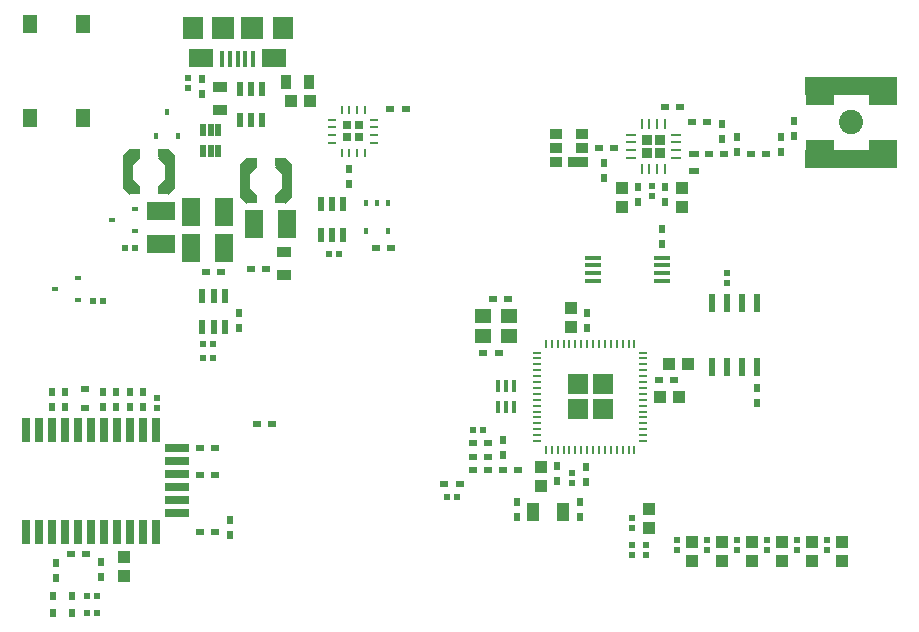
<source format=gtp>
G04 (created by PCBNEW (2013-07-07 BZR 4022)-stable) date 10/26/2016 12:18:13 AM*
%MOIN*%
G04 Gerber Fmt 3.4, Leading zero omitted, Abs format*
%FSLAX34Y34*%
G01*
G70*
G90*
G04 APERTURE LIST*
%ADD10C,0.00590551*%
%ADD11R,0.096063X0.096063*%
%ADD12C,0.0807087*%
%ADD13R,0.305512X0.0629921*%
%ADD14R,0.0350394X0.0305118*%
%ADD15R,0.034252X0.109843*%
%ADD16R,0.0314961X0.023622*%
%ADD17R,0.023622X0.0275591*%
%ADD18R,0.0472441X0.0354331*%
%ADD19R,0.0354331X0.0472441*%
%ADD20R,0.0669291X0.0318898*%
%ADD21R,0.0413386X0.0318898*%
%ADD22R,0.0551181X0.0472441*%
%ADD23R,0.0393701X0.0610236*%
%ADD24R,0.0185039X0.0393701*%
%ADD25R,0.0354331X0.0354331*%
%ADD26R,0.00984252X0.0354331*%
%ADD27R,0.0354331X0.00984252*%
%ADD28R,0.0570866X0.0177165*%
%ADD29R,0.0137795X0.023622*%
%ADD30R,0.023622X0.0610236*%
%ADD31R,0.0244094X0.0480315*%
%ADD32R,0.015748X0.019685*%
%ADD33R,0.019685X0.015748*%
%ADD34R,0.023622X0.0314961*%
%ADD35R,0.023622X0.0216535*%
%ADD36R,0.0393701X0.0393701*%
%ADD37R,0.0944882X0.0590551*%
%ADD38R,0.0137795X0.0393701*%
%ADD39R,0.0590551X0.0944882*%
%ADD40R,0.0511811X0.0610236*%
%ADD41R,0.0216535X0.023622*%
%ADD42R,0.0259843X0.0259843*%
%ADD43R,0.0314961X0.0110236*%
%ADD44R,0.0110236X0.0314961*%
%ADD45R,0.015748X0.0531496*%
%ADD46R,0.0826772X0.0629921*%
%ADD47R,0.0708661X0.0748031*%
%ADD48R,0.0748031X0.0748031*%
%ADD49R,0.0275591X0.0787402*%
%ADD50R,0.0787402X0.0275591*%
%ADD51R,0.0708661X0.0708661*%
%ADD52R,0.00905512X0.0314961*%
%ADD53R,0.0314961X0.00905512*%
%ADD54R,0.0275591X0.023622*%
%ADD55R,0.0334646X0.0246063*%
G04 APERTURE END LIST*
G54D10*
G54D11*
X84252Y-41702D03*
X86347Y-41702D03*
X86347Y-43797D03*
G54D12*
X85300Y-42750D03*
G54D13*
X85300Y-43962D03*
X85300Y-41537D03*
G54D11*
X84252Y-43797D03*
G54D10*
G36*
X65154Y-45465D02*
X64933Y-45249D01*
X64933Y-44150D01*
X65154Y-43934D01*
X65154Y-45465D01*
X65154Y-45465D01*
G37*
G36*
X66445Y-43934D02*
X66666Y-44150D01*
X66666Y-45249D01*
X66445Y-45465D01*
X66445Y-43934D01*
X66445Y-43934D01*
G37*
G54D14*
X65329Y-44086D03*
X65329Y-45313D03*
X66270Y-45313D03*
X66270Y-44086D03*
G54D10*
G36*
X64985Y-44184D02*
X65217Y-43952D01*
X65503Y-44239D01*
X65272Y-44470D01*
X64985Y-44184D01*
X64985Y-44184D01*
G37*
G54D15*
X65105Y-44700D03*
G54D10*
G36*
X65217Y-45447D02*
X64985Y-45215D01*
X65272Y-44929D01*
X65503Y-45160D01*
X65217Y-45447D01*
X65217Y-45447D01*
G37*
G36*
X66327Y-44470D02*
X66096Y-44239D01*
X66382Y-43952D01*
X66614Y-44184D01*
X66327Y-44470D01*
X66327Y-44470D01*
G37*
G36*
X66096Y-45160D02*
X66327Y-44929D01*
X66614Y-45215D01*
X66382Y-45447D01*
X66096Y-45160D01*
X66096Y-45160D01*
G37*
G54D15*
X66494Y-44700D03*
G54D10*
G36*
X61254Y-45165D02*
X61033Y-44949D01*
X61033Y-43850D01*
X61254Y-43634D01*
X61254Y-45165D01*
X61254Y-45165D01*
G37*
G36*
X62545Y-43634D02*
X62766Y-43850D01*
X62766Y-44949D01*
X62545Y-45165D01*
X62545Y-43634D01*
X62545Y-43634D01*
G37*
G54D14*
X61429Y-43786D03*
X61429Y-45013D03*
X62370Y-45013D03*
X62370Y-43786D03*
G54D10*
G36*
X61085Y-43884D02*
X61317Y-43652D01*
X61603Y-43939D01*
X61372Y-44170D01*
X61085Y-43884D01*
X61085Y-43884D01*
G37*
G54D15*
X61205Y-44400D03*
G54D10*
G36*
X61317Y-45147D02*
X61085Y-44915D01*
X61372Y-44629D01*
X61603Y-44860D01*
X61317Y-45147D01*
X61317Y-45147D01*
G37*
G36*
X62427Y-44170D02*
X62196Y-43939D01*
X62482Y-43652D01*
X62714Y-43884D01*
X62427Y-44170D01*
X62427Y-44170D01*
G37*
G36*
X62196Y-44860D02*
X62427Y-44629D01*
X62714Y-44915D01*
X62482Y-45147D01*
X62196Y-44860D01*
X62196Y-44860D01*
G37*
G54D15*
X62594Y-44400D03*
G54D16*
X64105Y-56400D03*
X63598Y-56400D03*
G54D17*
X59314Y-59100D03*
X58685Y-59100D03*
X59314Y-58550D03*
X58685Y-58550D03*
G54D18*
X64250Y-41575D03*
X64250Y-42324D03*
G54D19*
X66475Y-41400D03*
X67224Y-41400D03*
G54D18*
X66400Y-47075D03*
X66400Y-47824D03*
G54D20*
X76195Y-44070D03*
G54D21*
X76323Y-43600D03*
X76323Y-43129D03*
X75476Y-43129D03*
X75476Y-43600D03*
X75476Y-44070D03*
G54D22*
X73016Y-49215D03*
X73016Y-49884D03*
X73883Y-49884D03*
X73883Y-49215D03*
G54D23*
X75711Y-55750D03*
X74688Y-55750D03*
G54D24*
X64205Y-42995D03*
X63950Y-42995D03*
X63694Y-42995D03*
X63694Y-43704D03*
X63950Y-43704D03*
X64205Y-43704D03*
G54D25*
X78912Y-43337D03*
X78487Y-43337D03*
X78487Y-43762D03*
G54D26*
X78316Y-44298D03*
X78572Y-44298D03*
X78827Y-44298D03*
X79083Y-44298D03*
X79083Y-42801D03*
X78827Y-42801D03*
X78572Y-42801D03*
X78316Y-42801D03*
G54D27*
X79448Y-43933D03*
X79448Y-43677D03*
X79448Y-43422D03*
X79448Y-43166D03*
X77951Y-43166D03*
X77951Y-43422D03*
X77951Y-43677D03*
X77951Y-43933D03*
G54D25*
X78912Y-43762D03*
G54D28*
X76688Y-47266D03*
X76688Y-47522D03*
X76688Y-47777D03*
X76688Y-48033D03*
X79011Y-48033D03*
X79011Y-47777D03*
X79011Y-47522D03*
X79011Y-47266D03*
G54D29*
X69874Y-45427D03*
X69500Y-45427D03*
X69125Y-45427D03*
X69125Y-46372D03*
X69874Y-46372D03*
G54D30*
X82150Y-48787D03*
X81650Y-48787D03*
X81150Y-48787D03*
X80650Y-48787D03*
X80650Y-50912D03*
X81150Y-50912D03*
X81650Y-50912D03*
X82150Y-50912D03*
G54D31*
X64424Y-48534D03*
X64050Y-48534D03*
X63675Y-48534D03*
X63675Y-49565D03*
X64050Y-49565D03*
X64424Y-49565D03*
X64925Y-42665D03*
X65300Y-42665D03*
X65674Y-42665D03*
X65674Y-41634D03*
X65300Y-41634D03*
X64925Y-41634D03*
X68374Y-45484D03*
X68000Y-45484D03*
X67625Y-45484D03*
X67625Y-46515D03*
X68000Y-46515D03*
X68374Y-46515D03*
G54D32*
X62125Y-43193D03*
X62874Y-43193D03*
X62500Y-42406D03*
G54D33*
X61443Y-46374D03*
X61443Y-45625D03*
X60656Y-46000D03*
X59543Y-48674D03*
X59543Y-47925D03*
X58756Y-48300D03*
G54D34*
X77050Y-44094D03*
X77050Y-44601D03*
X82950Y-43755D03*
X82950Y-43248D03*
X81500Y-43755D03*
X81500Y-43248D03*
G54D16*
X77405Y-43600D03*
X76898Y-43600D03*
G54D34*
X83400Y-42694D03*
X83400Y-43201D03*
G54D16*
X82455Y-43800D03*
X81948Y-43800D03*
G54D35*
X60032Y-48700D03*
X60367Y-48700D03*
G54D36*
X78935Y-51900D03*
X79564Y-51900D03*
G54D37*
X62300Y-45698D03*
X62300Y-46801D03*
G54D38*
X73544Y-52254D03*
X73800Y-52254D03*
X74055Y-52254D03*
X74055Y-51545D03*
X73800Y-51545D03*
X73544Y-51545D03*
G54D35*
X61082Y-46950D03*
X61417Y-46950D03*
G54D16*
X63794Y-47750D03*
X64301Y-47750D03*
G54D34*
X82150Y-51594D03*
X82150Y-52101D03*
G54D39*
X63298Y-45750D03*
X64401Y-45750D03*
G54D36*
X83000Y-56735D03*
X83000Y-57364D03*
X85000Y-56735D03*
X85000Y-57364D03*
X82000Y-56735D03*
X82000Y-57364D03*
X81000Y-56735D03*
X81000Y-57364D03*
X80000Y-56735D03*
X80000Y-57364D03*
X78550Y-55635D03*
X78550Y-56264D03*
X84000Y-56735D03*
X84000Y-57364D03*
X77650Y-45564D03*
X77650Y-44935D03*
X79650Y-45564D03*
X79650Y-44935D03*
X74950Y-54235D03*
X74950Y-54864D03*
X79235Y-50800D03*
X79864Y-50800D03*
X75950Y-49564D03*
X75950Y-48935D03*
X67264Y-42050D03*
X66635Y-42050D03*
X61050Y-57235D03*
X61050Y-57864D03*
G54D16*
X64105Y-54500D03*
X63598Y-54500D03*
G54D40*
X57914Y-42614D03*
X57914Y-39485D03*
X59685Y-42614D03*
X59685Y-39485D03*
G54D16*
X80505Y-42750D03*
X79998Y-42750D03*
X81055Y-43800D03*
X80548Y-43800D03*
G54D34*
X79000Y-46805D03*
X79000Y-46298D03*
G54D16*
X66005Y-52800D03*
X65498Y-52800D03*
X64105Y-53600D03*
X63598Y-53600D03*
X65805Y-47650D03*
X65298Y-47650D03*
G54D34*
X64900Y-49605D03*
X64900Y-49098D03*
X78200Y-45405D03*
X78200Y-44898D03*
X64600Y-56505D03*
X64600Y-55998D03*
G54D16*
X71744Y-54800D03*
X72251Y-54800D03*
G54D34*
X74150Y-55905D03*
X74150Y-55398D03*
X76250Y-55905D03*
X76250Y-55398D03*
G54D16*
X73044Y-50450D03*
X73551Y-50450D03*
X73855Y-48650D03*
X73348Y-48650D03*
X73205Y-53450D03*
X72698Y-53450D03*
G54D34*
X73700Y-53344D03*
X73700Y-53851D03*
G54D16*
X73205Y-53900D03*
X72698Y-53900D03*
G54D34*
X75500Y-54194D03*
X75500Y-54701D03*
G54D16*
X78894Y-51350D03*
X79401Y-51350D03*
G54D34*
X76500Y-49605D03*
X76500Y-49098D03*
G54D16*
X69955Y-46950D03*
X69448Y-46950D03*
X73205Y-54350D03*
X72698Y-54350D03*
X69944Y-42300D03*
X70451Y-42300D03*
G54D34*
X68550Y-44294D03*
X68550Y-44801D03*
X79100Y-45405D03*
X79100Y-44898D03*
X63650Y-41294D03*
X63650Y-41801D03*
G54D16*
X79605Y-42250D03*
X79098Y-42250D03*
G54D34*
X76450Y-54244D03*
X76450Y-54751D03*
X61700Y-51744D03*
X61700Y-52251D03*
X60350Y-51744D03*
X60350Y-52251D03*
G54D16*
X59294Y-57150D03*
X59801Y-57150D03*
G54D34*
X59100Y-51744D03*
X59100Y-52251D03*
G54D41*
X84500Y-57017D03*
X84500Y-56682D03*
X62150Y-52267D03*
X62150Y-51932D03*
X83500Y-57017D03*
X83500Y-56682D03*
X82500Y-57017D03*
X82500Y-56682D03*
X81500Y-57017D03*
X81500Y-56682D03*
X80500Y-57017D03*
X80500Y-56682D03*
X79500Y-57017D03*
X79500Y-56682D03*
X78000Y-57167D03*
X78000Y-56832D03*
X78450Y-56832D03*
X78450Y-57167D03*
X76000Y-54767D03*
X76000Y-54432D03*
X81150Y-48117D03*
X81150Y-47782D03*
X78650Y-44882D03*
X78650Y-45217D03*
G54D35*
X60167Y-59100D03*
X59832Y-59100D03*
G54D41*
X63200Y-41617D03*
X63200Y-41282D03*
G54D35*
X60167Y-58550D03*
X59832Y-58550D03*
X72167Y-55250D03*
X71832Y-55250D03*
X68217Y-47150D03*
X67882Y-47150D03*
X63682Y-50150D03*
X64017Y-50150D03*
X73017Y-53000D03*
X72682Y-53000D03*
X64017Y-50600D03*
X63682Y-50600D03*
G54D34*
X58650Y-52255D03*
X58650Y-51748D03*
X60300Y-57394D03*
X60300Y-57901D03*
X58800Y-57444D03*
X58800Y-57951D03*
X61250Y-52255D03*
X61250Y-51748D03*
X60800Y-52255D03*
X60800Y-51748D03*
X81000Y-43305D03*
X81000Y-42798D03*
G54D16*
X73694Y-54350D03*
X74201Y-54350D03*
G54D39*
X63298Y-46950D03*
X64401Y-46950D03*
X66501Y-46150D03*
X65398Y-46150D03*
G54D41*
X78000Y-56267D03*
X78000Y-55932D03*
G54D42*
X68493Y-42843D03*
X68906Y-42843D03*
X68493Y-43256D03*
G54D43*
X69408Y-43433D03*
X69408Y-43177D03*
X69408Y-42922D03*
X69408Y-42666D03*
G54D44*
X69083Y-42341D03*
X68827Y-42341D03*
X68572Y-42341D03*
X68316Y-42341D03*
G54D43*
X67991Y-42666D03*
X67991Y-42922D03*
X67991Y-43177D03*
X67991Y-43433D03*
G54D44*
X68316Y-43758D03*
X68572Y-43758D03*
X68827Y-43758D03*
X69083Y-43758D03*
G54D42*
X68906Y-43256D03*
G54D45*
X65361Y-40653D03*
X65105Y-40653D03*
X64850Y-40653D03*
X64594Y-40653D03*
X64338Y-40653D03*
G54D46*
X66070Y-40603D03*
G54D47*
X66346Y-39600D03*
G54D48*
X65322Y-39600D03*
X64377Y-39600D03*
G54D47*
X63353Y-39600D03*
G54D46*
X63629Y-40603D03*
G54D49*
X57801Y-56400D03*
X58234Y-56400D03*
X58667Y-56400D03*
X59100Y-56400D03*
X59533Y-56400D03*
X59966Y-56400D03*
X60400Y-56400D03*
X60833Y-56400D03*
X61266Y-56400D03*
X61699Y-56400D03*
X62132Y-56400D03*
G54D50*
X62840Y-55782D03*
X62840Y-55349D03*
X62840Y-54916D03*
X62840Y-54483D03*
X62840Y-54050D03*
X62840Y-53617D03*
G54D49*
X62132Y-52999D03*
X61699Y-52999D03*
X61266Y-52999D03*
X60833Y-52999D03*
X60400Y-52999D03*
X59966Y-52999D03*
X59533Y-52999D03*
X59100Y-52999D03*
X58667Y-52999D03*
X58234Y-52999D03*
X57801Y-52999D03*
G54D51*
X76186Y-51486D03*
X76186Y-52313D03*
X77013Y-52313D03*
G54D52*
X76501Y-53661D03*
X76304Y-53661D03*
X76107Y-53661D03*
X75911Y-53661D03*
X75714Y-53661D03*
X75517Y-53661D03*
X75320Y-53661D03*
X75123Y-53661D03*
X76698Y-53661D03*
X76895Y-53661D03*
X77092Y-53661D03*
X77288Y-53661D03*
X77485Y-53661D03*
X77682Y-53661D03*
X77879Y-53661D03*
X78076Y-53661D03*
G54D53*
X78361Y-53376D03*
X78361Y-53179D03*
X78361Y-52982D03*
X78361Y-52785D03*
X78361Y-52588D03*
X78361Y-52392D03*
X78361Y-52195D03*
X78361Y-51998D03*
X78361Y-51801D03*
X78361Y-51604D03*
X78361Y-51407D03*
X78361Y-51211D03*
X78361Y-51014D03*
X78361Y-50817D03*
X78361Y-50620D03*
X78361Y-50423D03*
X74838Y-53376D03*
X74838Y-53179D03*
X74838Y-52982D03*
X74838Y-52785D03*
X74838Y-52588D03*
X74838Y-52392D03*
X74838Y-52195D03*
X74838Y-51998D03*
X74838Y-51801D03*
X74838Y-51604D03*
X74838Y-51407D03*
X74838Y-51211D03*
X74838Y-51014D03*
X74838Y-50817D03*
X74838Y-50620D03*
X74838Y-50423D03*
G54D52*
X75123Y-50138D03*
X75320Y-50138D03*
X75517Y-50138D03*
X75714Y-50138D03*
X75911Y-50138D03*
X76107Y-50138D03*
X76304Y-50138D03*
X76501Y-50138D03*
X76698Y-50138D03*
X76895Y-50138D03*
X77092Y-50138D03*
X77288Y-50138D03*
X77485Y-50138D03*
X77682Y-50138D03*
X77879Y-50138D03*
X78076Y-50138D03*
G54D51*
X77013Y-51486D03*
G54D54*
X59750Y-51635D03*
X59750Y-52264D03*
G54D55*
X80050Y-44385D03*
X80050Y-43814D03*
M02*

</source>
